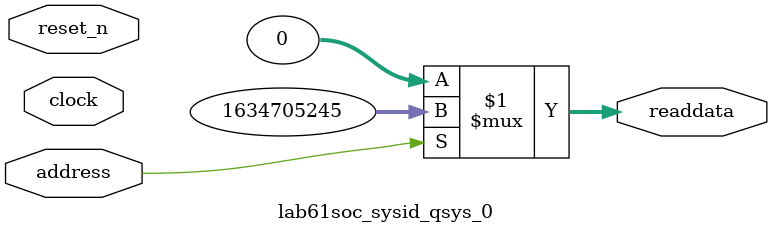
<source format=v>



// synthesis translate_off
`timescale 1ns / 1ps
// synthesis translate_on

// turn off superfluous verilog processor warnings 
// altera message_level Level1 
// altera message_off 10034 10035 10036 10037 10230 10240 10030 

module lab61soc_sysid_qsys_0 (
               // inputs:
                address,
                clock,
                reset_n,

               // outputs:
                readdata
             )
;

  output  [ 31: 0] readdata;
  input            address;
  input            clock;
  input            reset_n;

  wire    [ 31: 0] readdata;
  //control_slave, which is an e_avalon_slave
  assign readdata = address ? 1634705245 : 0;

endmodule



</source>
